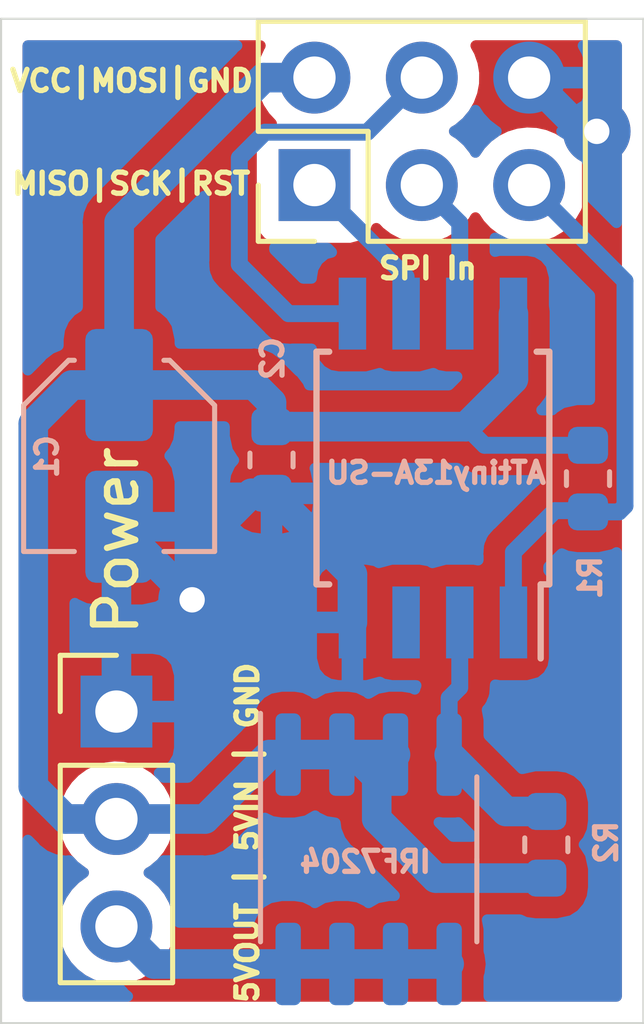
<source format=kicad_pcb>
(kicad_pcb (version 20191123) (host pcbnew "(5.99.0-422-g7c7d9c3e3)")

  (general
    (thickness 1.6)
    (drawings 7)
    (tracks 70)
    (modules 8)
    (nets 10)
  )

  (page "A4")
  (layers
    (0 "F.Cu" signal)
    (31 "B.Cu" signal)
    (32 "B.Adhes" user hide)
    (33 "F.Adhes" user hide)
    (34 "B.Paste" user hide)
    (35 "F.Paste" user hide)
    (36 "B.SilkS" user)
    (37 "F.SilkS" user)
    (38 "B.Mask" user)
    (39 "F.Mask" user)
    (40 "Dwgs.User" user hide)
    (41 "Cmts.User" user hide)
    (42 "Eco1.User" user hide)
    (43 "Eco2.User" user hide)
    (44 "Edge.Cuts" user)
    (45 "Margin" user)
    (46 "B.CrtYd" user hide)
    (47 "F.CrtYd" user hide)
    (48 "B.Fab" user hide)
    (49 "F.Fab" user hide)
  )

  (setup
    (last_trace_width 0.25)
    (user_trace_width 0.4)
    (user_trace_width 0.7)
    (trace_clearance 0.2)
    (zone_clearance 0.508)
    (zone_45_only no)
    (trace_min 0.2)
    (via_size 0.8)
    (via_drill 0.4)
    (via_min_size 0.4)
    (via_min_drill 0.3)
    (user_via 1.6 0.6)
    (uvia_size 0.3)
    (uvia_drill 0.1)
    (uvias_allowed no)
    (uvia_min_size 0.2)
    (uvia_min_drill 0.1)
    (max_error 0.005)
    (defaults
      (edge_clearance 0.01)
      (edge_cuts_line_width 0.05)
      (courtyard_line_width 0.05)
      (copper_line_width 0.2)
      (copper_text_dims (size 1.5 1.5) (thickness 0.3))
      (silk_line_width 0.12)
      (silk_text_dims (size 1 1) (thickness 0.15))
      (other_layers_line_width 0.1)
      (other_layers_text_dims (size 1 1) (thickness 0.15))
    )
    (pad_size 1.524 1.524)
    (pad_drill 0.762)
    (pad_to_mask_clearance 0.051)
    (solder_mask_min_width 0.25)
    (aux_axis_origin 0 0)
    (visible_elements 7FFFFFFF)
    (pcbplotparams
      (layerselection 0x030fc_ffffffff)
      (usegerberextensions false)
      (usegerberattributes true)
      (usegerberadvancedattributes false)
      (creategerberjobfile false)
      (excludeedgelayer true)
      (linewidth 0.100000)
      (plotframeref false)
      (viasonmask false)
      (mode 1)
      (useauxorigin false)
      (hpglpennumber 1)
      (hpglpenspeed 20)
      (hpglpendiameter 15.000000)
      (psnegative false)
      (psa4output false)
      (plotreference true)
      (plotvalue true)
      (plotinvisibletext false)
      (padsonsilk false)
      (subtractmaskfromsilk false)
      (outputformat 1)
      (mirror false)
      (drillshape 0)
      (scaleselection 1)
      (outputdirectory "../../sliderpcb_gerber/timeoffset_gerber/")
    )
  )

  (net 0 "")
  (net 1 "Net-(C1-Pad1)")
  (net 2 "Net-(C1-Pad2)")
  (net 3 "Net-(J1-Pad3)")
  (net 4 "Net-(R1-Pad2)")
  (net 5 "Net-(SPI_In1-Pad1)")
  (net 6 "Net-(SPI_In1-Pad3)")
  (net 7 "Net-(U1-Pad3)")
  (net 8 "Net-(Q1-Pad2)")
  (net 9 "Net-(SPI_In1-Pad4)")

  (net_class "Default" "Это класс цепей по умолчанию."
    (clearance 0.2)
    (trace_width 0.25)
    (via_dia 0.8)
    (via_drill 0.4)
    (uvia_dia 0.3)
    (uvia_drill 0.1)
    (add_net "Net-(C1-Pad1)")
    (add_net "Net-(C1-Pad2)")
    (add_net "Net-(J1-Pad3)")
    (add_net "Net-(Q1-Pad2)")
    (add_net "Net-(R1-Pad2)")
    (add_net "Net-(SPI_In1-Pad1)")
    (add_net "Net-(SPI_In1-Pad3)")
    (add_net "Net-(SPI_In1-Pad4)")
    (add_net "Net-(U1-Pad3)")
  )

  (module "Capacitor_SMD:C_0603_1608Metric" (layer "B.Cu") (tedit 5B301BBE) (tstamp 5DF0C0B4)
    (at 120.7 89.43 -90)
    (descr "Capacitor SMD 0603 (1608 Metric), square (rectangular) end terminal, IPC_7351 nominal, (Body size source: http://www.tortai-tech.com/upload/download/2011102023233369053.pdf), generated with kicad-footprint-generator")
    (tags "capacitor")
    (path "/5DDFC5AD")
    (attr smd)
    (fp_text reference "C2" (at -2.3987 -0.0236 90) (layer "B.SilkS")
      (effects (font (size 0.5 0.5) (thickness 0.125)) (justify mirror))
    )
    (fp_text value "0.1" (at 0.144999 -1.474999 90) (layer "B.Fab")
      (effects (font (size 1 1) (thickness 0.15)) (justify mirror))
    )
    (fp_text user "%R" (at 0 0 90) (layer "B.Fab")
      (effects (font (size 0.4 0.4) (thickness 0.06)) (justify mirror))
    )
    (fp_line (start 1.48 -0.73) (end -1.48 -0.73) (layer "B.CrtYd") (width 0.05))
    (fp_line (start 1.48 0.73) (end 1.48 -0.73) (layer "B.CrtYd") (width 0.05))
    (fp_line (start -1.48 0.73) (end 1.48 0.73) (layer "B.CrtYd") (width 0.05))
    (fp_line (start -1.48 -0.73) (end -1.48 0.73) (layer "B.CrtYd") (width 0.05))
    (fp_line (start -0.162779 -0.51) (end 0.162779 -0.51) (layer "B.SilkS") (width 0.12))
    (fp_line (start -0.162779 0.51) (end 0.162779 0.51) (layer "B.SilkS") (width 0.12))
    (fp_line (start 0.8 -0.4) (end -0.8 -0.4) (layer "B.Fab") (width 0.1))
    (fp_line (start 0.8 0.4) (end 0.8 -0.4) (layer "B.Fab") (width 0.1))
    (fp_line (start -0.8 0.4) (end 0.8 0.4) (layer "B.Fab") (width 0.1))
    (fp_line (start -0.8 -0.4) (end -0.8 0.4) (layer "B.Fab") (width 0.1))
    (pad "1" smd roundrect (at -0.7875 0 270) (size 0.875 0.95) (layers "B.Cu" "B.Paste" "B.Mask") (roundrect_rratio 0.25)
      (net 1 "Net-(C1-Pad1)"))
    (pad "2" smd roundrect (at 0.7875 0 270) (size 0.875 0.95) (layers "B.Cu" "B.Paste" "B.Mask") (roundrect_rratio 0.25)
      (net 2 "Net-(C1-Pad2)"))
    (model "${KISYS3DMOD}/Capacitor_SMD.3dshapes/C_0603_1608Metric.wrl"
      (at (xyz 0 0 0))
      (scale (xyz 1 1 1))
      (rotate (xyz 0 0 0))
    )
  )

  (module "Package_SO:SOIJ-8_5.3x5.3mm_P1.27mm" (layer "B.Cu") (tedit 5A02F2D3) (tstamp 5DE12268)
    (at 124.52 89.62 90)
    (descr "8-Lead Plastic Small Outline (SM) - Medium, 5.28 mm Body [SOIC] (see Microchip Packaging Specification 00000049BS.pdf)")
    (tags "SOIC 1.27")
    (path "/5DDFC2A1")
    (attr smd)
    (fp_text reference "ATtiny13A-SU" (at -0.1142 0.072 180) (layer "B.SilkS")
      (effects (font (size 0.5 0.5) (thickness 0.125)) (justify mirror))
    )
    (fp_text value "ATtiny13A-SU" (at 0 -3.68 90) (layer "B.Fab")
      (effects (font (size 1 1) (thickness 0.15)) (justify mirror))
    )
    (fp_line (start -2.75 2.55) (end -4.5 2.55) (layer "B.SilkS") (width 0.15))
    (fp_line (start -2.75 -2.755) (end 2.75 -2.755) (layer "B.SilkS") (width 0.15))
    (fp_line (start -2.75 2.755) (end 2.75 2.755) (layer "B.SilkS") (width 0.15))
    (fp_line (start -2.75 -2.755) (end -2.75 -2.455) (layer "B.SilkS") (width 0.15))
    (fp_line (start 2.75 -2.755) (end 2.75 -2.455) (layer "B.SilkS") (width 0.15))
    (fp_line (start 2.75 2.755) (end 2.75 2.455) (layer "B.SilkS") (width 0.15))
    (fp_line (start -2.75 2.755) (end -2.75 2.55) (layer "B.SilkS") (width 0.15))
    (fp_line (start -4.75 -2.95) (end 4.75 -2.95) (layer "B.CrtYd") (width 0.05))
    (fp_line (start -4.75 2.95) (end 4.75 2.95) (layer "B.CrtYd") (width 0.05))
    (fp_line (start 4.75 2.95) (end 4.75 -2.95) (layer "B.CrtYd") (width 0.05))
    (fp_line (start -4.75 2.95) (end -4.75 -2.95) (layer "B.CrtYd") (width 0.05))
    (fp_line (start -2.65 1.65) (end -1.65 2.65) (layer "B.Fab") (width 0.15))
    (fp_line (start -2.65 -2.65) (end -2.65 1.65) (layer "B.Fab") (width 0.15))
    (fp_line (start 2.65 -2.65) (end -2.65 -2.65) (layer "B.Fab") (width 0.15))
    (fp_line (start 2.65 2.65) (end 2.65 -2.65) (layer "B.Fab") (width 0.15))
    (fp_line (start -1.65 2.65) (end 2.65 2.65) (layer "B.Fab") (width 0.15))
    (fp_text user "%R" (at 0 0 90) (layer "B.Fab")
      (effects (font (size 1 1) (thickness 0.15)) (justify mirror))
    )
    (pad "1" smd rect (at -3.65 1.905 90) (size 1.7 0.65) (layers "B.Cu" "B.Paste" "B.Mask")
      (net 4 "Net-(R1-Pad2)"))
    (pad "2" smd rect (at -3.65 0.635 90) (size 1.7 0.65) (layers "B.Cu" "B.Paste" "B.Mask")
      (net 8 "Net-(Q1-Pad2)"))
    (pad "3" smd rect (at -3.65 -0.635 90) (size 1.7 0.65) (layers "B.Cu" "B.Paste" "B.Mask")
      (net 7 "Net-(U1-Pad3)"))
    (pad "4" smd rect (at -3.65 -1.905 90) (size 1.7 0.65) (layers "B.Cu" "B.Paste" "B.Mask")
      (net 2 "Net-(C1-Pad2)"))
    (pad "5" smd rect (at 3.65 -1.905 90) (size 1.7 0.65) (layers "B.Cu" "B.Paste" "B.Mask")
      (net 9 "Net-(SPI_In1-Pad4)"))
    (pad "6" smd rect (at 3.65 -0.635 90) (size 1.7 0.65) (layers "B.Cu" "B.Paste" "B.Mask")
      (net 5 "Net-(SPI_In1-Pad1)"))
    (pad "7" smd rect (at 3.65 0.635 90) (size 1.7 0.65) (layers "B.Cu" "B.Paste" "B.Mask")
      (net 6 "Net-(SPI_In1-Pad3)"))
    (pad "8" smd rect (at 3.65 1.905 90) (size 1.7 0.65) (layers "B.Cu" "B.Paste" "B.Mask")
      (net 1 "Net-(C1-Pad1)"))
    (model "${KISYS3DMOD}/Package_SO.3dshapes/SOIJ-8_5.3x5.3mm_P1.27mm.wrl"
      (at (xyz 0 0 0))
      (scale (xyz 1 1 1))
      (rotate (xyz 0 0 0))
    )
  )

  (module "Package_SO:SOIC-8_3.9x4.9mm_P1.27mm" (layer "B.Cu") (tedit 5DE19BBA) (tstamp 5DE1220D)
    (at 122.9995 98.8695 -90)
    (descr "SOIC, 8 Pin (JEDEC MS-012AA, https://www.analog.com/media/en/package-pcb-resources/package/pkg_pdf/soic_narrow-r/r_8.pdf), generated with kicad-footprint-generator ipc_gullwing_generator.py")
    (tags "SOIC SO")
    (path "/5DE29FCA")
    (attr smd)
    (fp_text reference "IRF7204" (at 0.0605 0.0795 180) (layer "B.SilkS")
      (effects (font (size 0.5 0.5) (thickness 0.125)) (justify mirror))
    )
    (fp_text value "IRF7204_jandevalua" (at 0 -3.4 90) (layer "B.Fab")
      (effects (font (size 1 1) (thickness 0.15)) (justify mirror))
    )
    (fp_line (start 0 -2.56) (end 1.95 -2.56) (layer "B.SilkS") (width 0.12))
    (fp_line (start 0 -2.56) (end -1.95 -2.56) (layer "B.SilkS") (width 0.12))
    (fp_line (start 0 2.56) (end 1.95 2.56) (layer "B.SilkS") (width 0.12))
    (fp_line (start 0 2.56) (end -3.45 2.56) (layer "B.SilkS") (width 0.12))
    (fp_line (start -0.975 2.45) (end 1.95 2.45) (layer "B.Fab") (width 0.1))
    (fp_line (start 1.95 2.45) (end 1.95 -2.45) (layer "B.Fab") (width 0.1))
    (fp_line (start 1.95 -2.45) (end -1.95 -2.45) (layer "B.Fab") (width 0.1))
    (fp_line (start -1.95 -2.45) (end -1.95 1.475) (layer "B.Fab") (width 0.1))
    (fp_line (start -1.95 1.475) (end -0.975 2.45) (layer "B.Fab") (width 0.1))
    (fp_line (start -3.7 2.7) (end -3.7 -2.7) (layer "B.CrtYd") (width 0.05))
    (fp_line (start -3.7 -2.7) (end 3.7 -2.7) (layer "B.CrtYd") (width 0.05))
    (fp_line (start 3.7 -2.7) (end 3.7 2.7) (layer "B.CrtYd") (width 0.05))
    (fp_line (start 3.7 2.7) (end -3.7 2.7) (layer "B.CrtYd") (width 0.05))
    (fp_text user "%R" (at 0 0 90) (layer "B.Fab")
      (effects (font (size 0.98 0.98) (thickness 0.15)) (justify mirror))
    )
    (pad "3" smd roundrect (at 2.475 1.905 270) (size 1.95 0.6) (layers "B.Cu" "B.Paste" "B.Mask") (roundrect_rratio 0.25)
      (net 3 "Net-(J1-Pad3)"))
    (pad "3" smd roundrect (at 2.475 0.635 270) (size 1.95 0.6) (layers "B.Cu" "B.Paste" "B.Mask") (roundrect_rratio 0.25)
      (net 3 "Net-(J1-Pad3)"))
    (pad "3" smd roundrect (at 2.475 -0.635 270) (size 1.95 0.6) (layers "B.Cu" "B.Paste" "B.Mask") (roundrect_rratio 0.25)
      (net 3 "Net-(J1-Pad3)"))
    (pad "3" smd roundrect (at 2.475 -1.905 270) (size 1.95 0.6) (layers "B.Cu" "B.Paste" "B.Mask") (roundrect_rratio 0.25)
      (net 3 "Net-(J1-Pad3)"))
    (pad "2" smd roundrect (at -2.475 -1.905 270) (size 1.95 0.6) (layers "B.Cu" "B.Paste" "B.Mask") (roundrect_rratio 0.25)
      (net 8 "Net-(Q1-Pad2)"))
    (pad "1" smd roundrect (at -2.475 -0.635 270) (size 1.95 0.6) (layers "B.Cu" "B.Paste" "B.Mask") (roundrect_rratio 0.25)
      (net 1 "Net-(C1-Pad1)"))
    (pad "1" smd roundrect (at -2.475 0.635 270) (size 1.95 0.6) (layers "B.Cu" "B.Paste" "B.Mask") (roundrect_rratio 0.25)
      (net 1 "Net-(C1-Pad1)"))
    (pad "1" smd roundrect (at -2.475 1.905 270) (size 1.95 0.6) (layers "B.Cu" "B.Paste" "B.Mask") (roundrect_rratio 0.25)
      (net 1 "Net-(C1-Pad1)"))
    (model "${KISYS3DMOD}/Package_SO.3dshapes/SOIC-8_3.9x4.9mm_P1.27mm.wrl"
      (at (xyz 0 0 0))
      (scale (xyz 1 1 1))
      (rotate (xyz 0 0 0))
    )
  )

  (module "Connector_PinHeader_2.54mm:PinHeader_1x03_P2.54mm_Vertical" (layer "F.Cu") (tedit 59FED5CC) (tstamp 5DE1EFAD)
    (at 117.0305 95.377)
    (descr "Through hole straight pin header, 1x03, 2.54mm pitch, single row")
    (tags "Through hole pin header THT 1x03 2.54mm single row")
    (path "/5DE06CA8")
    (fp_text reference "Power" (at -0.0105 -4.037 90) (layer "F.SilkS")
      (effects (font (size 1 1) (thickness 0.15)))
    )
    (fp_text value "Conn_01x03" (at 0 7.41) (layer "F.Fab")
      (effects (font (size 1 1) (thickness 0.15)))
    )
    (fp_text user "%R" (at 0 2.54 90) (layer "F.Fab")
      (effects (font (size 1 1) (thickness 0.15)))
    )
    (fp_line (start 1.8 -1.8) (end -1.8 -1.8) (layer "F.CrtYd") (width 0.05))
    (fp_line (start 1.8 6.85) (end 1.8 -1.8) (layer "F.CrtYd") (width 0.05))
    (fp_line (start -1.8 6.85) (end 1.8 6.85) (layer "F.CrtYd") (width 0.05))
    (fp_line (start -1.8 -1.8) (end -1.8 6.85) (layer "F.CrtYd") (width 0.05))
    (fp_line (start -1.33 -1.33) (end 0 -1.33) (layer "F.SilkS") (width 0.12))
    (fp_line (start -1.33 0) (end -1.33 -1.33) (layer "F.SilkS") (width 0.12))
    (fp_line (start -1.33 1.27) (end 1.33 1.27) (layer "F.SilkS") (width 0.12))
    (fp_line (start 1.33 1.27) (end 1.33 6.41) (layer "F.SilkS") (width 0.12))
    (fp_line (start -1.33 1.27) (end -1.33 6.41) (layer "F.SilkS") (width 0.12))
    (fp_line (start -1.33 6.41) (end 1.33 6.41) (layer "F.SilkS") (width 0.12))
    (fp_line (start -1.27 -0.635) (end -0.635 -1.27) (layer "F.Fab") (width 0.1))
    (fp_line (start -1.27 6.35) (end -1.27 -0.635) (layer "F.Fab") (width 0.1))
    (fp_line (start 1.27 6.35) (end -1.27 6.35) (layer "F.Fab") (width 0.1))
    (fp_line (start 1.27 -1.27) (end 1.27 6.35) (layer "F.Fab") (width 0.1))
    (fp_line (start -0.635 -1.27) (end 1.27 -1.27) (layer "F.Fab") (width 0.1))
    (pad "1" thru_hole rect (at 0 0) (size 1.7 1.7) (drill 1) (layers *.Cu *.Mask)
      (net 2 "Net-(C1-Pad2)"))
    (pad "2" thru_hole oval (at 0 2.54) (size 1.7 1.7) (drill 1) (layers *.Cu *.Mask)
      (net 1 "Net-(C1-Pad1)"))
    (pad "3" thru_hole oval (at 0 5.08) (size 1.7 1.7) (drill 1) (layers *.Cu *.Mask)
      (net 3 "Net-(J1-Pad3)"))
    (model "${KISYS3DMOD}/Connector_PinHeader_2.54mm.3dshapes/PinHeader_1x03_P2.54mm_Vertical.wrl"
      (at (xyz 0 0 0))
      (scale (xyz 1 1 1))
      (rotate (xyz 0 0 0))
    )
  )

  (module "Resistor_SMD:R_0603_1608Metric" (layer "B.Cu") (tedit 5B301BBD) (tstamp 5DE1222F)
    (at 127.2032 98.5266 -90)
    (descr "Resistor SMD 0603 (1608 Metric), square (rectangular) end terminal, IPC_7351 nominal, (Body size source: http://www.tortai-tech.com/upload/download/2011102023233369053.pdf), generated with kicad-footprint-generator")
    (tags "resistor")
    (path "/5DDFCEBA")
    (attr smd)
    (fp_text reference "R2" (at -0.0566 -1.4168 90) (layer "B.SilkS")
      (effects (font (size 0.5 0.5) (thickness 0.125)) (justify mirror))
    )
    (fp_text value "5.6K" (at 0 -1.43 90) (layer "B.Fab")
      (effects (font (size 1 1) (thickness 0.15)) (justify mirror))
    )
    (fp_text user "%R" (at 0 0 90) (layer "B.Fab")
      (effects (font (size 0.4 0.4) (thickness 0.06)) (justify mirror))
    )
    (fp_line (start 1.48 -0.73) (end -1.48 -0.73) (layer "B.CrtYd") (width 0.05))
    (fp_line (start 1.48 0.73) (end 1.48 -0.73) (layer "B.CrtYd") (width 0.05))
    (fp_line (start -1.48 0.73) (end 1.48 0.73) (layer "B.CrtYd") (width 0.05))
    (fp_line (start -1.48 -0.73) (end -1.48 0.73) (layer "B.CrtYd") (width 0.05))
    (fp_line (start -0.162779 -0.51) (end 0.162779 -0.51) (layer "B.SilkS") (width 0.12))
    (fp_line (start -0.162779 0.51) (end 0.162779 0.51) (layer "B.SilkS") (width 0.12))
    (fp_line (start 0.8 -0.4) (end -0.8 -0.4) (layer "B.Fab") (width 0.1))
    (fp_line (start 0.8 0.4) (end 0.8 -0.4) (layer "B.Fab") (width 0.1))
    (fp_line (start -0.8 0.4) (end 0.8 0.4) (layer "B.Fab") (width 0.1))
    (fp_line (start -0.8 -0.4) (end -0.8 0.4) (layer "B.Fab") (width 0.1))
    (pad "1" smd roundrect (at -0.7875 0 270) (size 0.875 0.95) (layers "B.Cu" "B.Paste" "B.Mask") (roundrect_rratio 0.25)
      (net 8 "Net-(Q1-Pad2)"))
    (pad "2" smd roundrect (at 0.7875 0 270) (size 0.875 0.95) (layers "B.Cu" "B.Paste" "B.Mask") (roundrect_rratio 0.25)
      (net 1 "Net-(C1-Pad1)"))
    (model "${KISYS3DMOD}/Resistor_SMD.3dshapes/R_0603_1608Metric.wrl"
      (at (xyz 0 0 0))
      (scale (xyz 1 1 1))
      (rotate (xyz 0 0 0))
    )
  )

  (module "Capacitor_SMD:C_Elec_4x5.4" (layer "B.Cu") (tedit 5BC8D926) (tstamp 5DE121A5)
    (at 117.094 89.3332 -90)
    (descr "SMD capacitor, aluminum electrolytic nonpolar, 4.0x5.4mm")
    (tags "capacitor electrolyic nonpolar")
    (path "/5DDFC5F2")
    (attr smd)
    (fp_text reference "C1" (at 0.0168 1.704 90) (layer "B.SilkS")
      (effects (font (size 0.5 0.5) (thickness 0.125)) (justify mirror))
    )
    (fp_text value "10" (at 0 -3.2 90) (layer "B.Fab")
      (effects (font (size 1 1) (thickness 0.15)) (justify mirror))
    )
    (fp_text user "%R" (at 0 0 90) (layer "B.Fab")
      (effects (font (size 0.8 0.8) (thickness 0.12)) (justify mirror))
    )
    (fp_line (start -3.25 -1.05) (end -2.4 -1.05) (layer "B.CrtYd") (width 0.05))
    (fp_line (start -3.25 1.05) (end -3.25 -1.05) (layer "B.CrtYd") (width 0.05))
    (fp_line (start -2.4 1.05) (end -3.25 1.05) (layer "B.CrtYd") (width 0.05))
    (fp_line (start -2.4 -1.05) (end -2.4 -1.25) (layer "B.CrtYd") (width 0.05))
    (fp_line (start -2.4 1.25) (end -2.4 1.05) (layer "B.CrtYd") (width 0.05))
    (fp_line (start -2.4 1.25) (end -1.25 2.4) (layer "B.CrtYd") (width 0.05))
    (fp_line (start -2.4 -1.25) (end -1.25 -2.4) (layer "B.CrtYd") (width 0.05))
    (fp_line (start -1.25 2.4) (end 2.4 2.4) (layer "B.CrtYd") (width 0.05))
    (fp_line (start -1.25 -2.4) (end 2.4 -2.4) (layer "B.CrtYd") (width 0.05))
    (fp_line (start 2.4 -1.05) (end 2.4 -2.4) (layer "B.CrtYd") (width 0.05))
    (fp_line (start 3.25 -1.05) (end 2.4 -1.05) (layer "B.CrtYd") (width 0.05))
    (fp_line (start 3.25 1.05) (end 3.25 -1.05) (layer "B.CrtYd") (width 0.05))
    (fp_line (start 2.4 1.05) (end 3.25 1.05) (layer "B.CrtYd") (width 0.05))
    (fp_line (start 2.4 2.4) (end 2.4 1.05) (layer "B.CrtYd") (width 0.05))
    (fp_line (start -2.26 -1.195563) (end -1.195563 -2.26) (layer "B.SilkS") (width 0.12))
    (fp_line (start -2.26 1.195563) (end -1.195563 2.26) (layer "B.SilkS") (width 0.12))
    (fp_line (start -2.26 1.195563) (end -2.26 1.06) (layer "B.SilkS") (width 0.12))
    (fp_line (start -2.26 -1.195563) (end -2.26 -1.06) (layer "B.SilkS") (width 0.12))
    (fp_line (start -1.195563 -2.26) (end 2.26 -2.26) (layer "B.SilkS") (width 0.12))
    (fp_line (start -1.195563 2.26) (end 2.26 2.26) (layer "B.SilkS") (width 0.12))
    (fp_line (start 2.26 2.26) (end 2.26 1.06) (layer "B.SilkS") (width 0.12))
    (fp_line (start 2.26 -2.26) (end 2.26 -1.06) (layer "B.SilkS") (width 0.12))
    (fp_line (start -2.15 -1.15) (end -1.15 -2.15) (layer "B.Fab") (width 0.1))
    (fp_line (start -2.15 1.15) (end -1.15 2.15) (layer "B.Fab") (width 0.1))
    (fp_line (start -2.15 1.15) (end -2.15 -1.15) (layer "B.Fab") (width 0.1))
    (fp_line (start -1.15 -2.15) (end 2.15 -2.15) (layer "B.Fab") (width 0.1))
    (fp_line (start -1.15 2.15) (end 2.15 2.15) (layer "B.Fab") (width 0.1))
    (fp_line (start 2.15 2.15) (end 2.15 -2.15) (layer "B.Fab") (width 0.1))
    (fp_circle (center 0 0) (end 2 0) (layer "B.Fab") (width 0.1))
    (pad "1" smd roundrect (at -1.675 0 270) (size 2.65 1.6) (layers "B.Cu" "B.Paste" "B.Mask") (roundrect_rratio 0.15625)
      (net 1 "Net-(C1-Pad1)"))
    (pad "2" smd roundrect (at 1.675 0 270) (size 2.65 1.6) (layers "B.Cu" "B.Paste" "B.Mask") (roundrect_rratio 0.15625)
      (net 2 "Net-(C1-Pad2)"))
    (model "${KISYS3DMOD}/Capacitor_SMD.3dshapes/C_Elec_4x5.4.wrl"
      (at (xyz 0 0 0))
      (scale (xyz 1 1 1))
      (rotate (xyz 0 0 0))
    )
  )

  (module "Resistor_SMD:R_0603_1608Metric" (layer "B.Cu") (tedit 5B301BBD) (tstamp 5DE1221E)
    (at 128.19 89.87 -90)
    (descr "Resistor SMD 0603 (1608 Metric), square (rectangular) end terminal, IPC_7351 nominal, (Body size source: http://www.tortai-tech.com/upload/download/2011102023233369053.pdf), generated with kicad-footprint-generator")
    (tags "resistor")
    (path "/5DDFD84B")
    (attr smd)
    (fp_text reference "R1" (at 2.3402 -0.0536 90) (layer "B.SilkS")
      (effects (font (size 0.5 0.5) (thickness 0.125)) (justify mirror))
    )
    (fp_text value "5.6K" (at 0 -1.43 90) (layer "B.Fab")
      (effects (font (size 1 1) (thickness 0.15)) (justify mirror))
    )
    (fp_line (start -0.8 -0.4) (end -0.8 0.4) (layer "B.Fab") (width 0.1))
    (fp_line (start -0.8 0.4) (end 0.8 0.4) (layer "B.Fab") (width 0.1))
    (fp_line (start 0.8 0.4) (end 0.8 -0.4) (layer "B.Fab") (width 0.1))
    (fp_line (start 0.8 -0.4) (end -0.8 -0.4) (layer "B.Fab") (width 0.1))
    (fp_line (start -0.162779 0.51) (end 0.162779 0.51) (layer "B.SilkS") (width 0.12))
    (fp_line (start -0.162779 -0.51) (end 0.162779 -0.51) (layer "B.SilkS") (width 0.12))
    (fp_line (start -1.48 -0.73) (end -1.48 0.73) (layer "B.CrtYd") (width 0.05))
    (fp_line (start -1.48 0.73) (end 1.48 0.73) (layer "B.CrtYd") (width 0.05))
    (fp_line (start 1.48 0.73) (end 1.48 -0.73) (layer "B.CrtYd") (width 0.05))
    (fp_line (start 1.48 -0.73) (end -1.48 -0.73) (layer "B.CrtYd") (width 0.05))
    (fp_text user "%R" (at 0 0 90) (layer "B.Fab")
      (effects (font (size 0.4 0.4) (thickness 0.06)) (justify mirror))
    )
    (pad "2" smd roundrect (at 0.7875 0 270) (size 0.875 0.95) (layers "B.Cu" "B.Paste" "B.Mask") (roundrect_rratio 0.25)
      (net 4 "Net-(R1-Pad2)"))
    (pad "1" smd roundrect (at -0.7875 0 270) (size 0.875 0.95) (layers "B.Cu" "B.Paste" "B.Mask") (roundrect_rratio 0.25)
      (net 1 "Net-(C1-Pad1)"))
    (model "${KISYS3DMOD}/Resistor_SMD.3dshapes/R_0603_1608Metric.wrl"
      (at (xyz 0 0 0))
      (scale (xyz 1 1 1))
      (rotate (xyz 0 0 0))
    )
  )

  (module "Connector_PinHeader_2.54mm:PinHeader_2x03_P2.54mm_Vertical" (layer "F.Cu") (tedit 59FED5CC) (tstamp 5DE1FDDE)
    (at 121.7168 82.931 90)
    (descr "Through hole straight pin header, 2x03, 2.54mm pitch, double rows")
    (tags "Through hole pin header THT 2x03 2.54mm double row")
    (path "/5DE00932")
    (fp_text reference "SPI In" (at -1.969 2.6832 180) (layer "F.SilkS")
      (effects (font (size 0.5 0.5) (thickness 0.125)))
    )
    (fp_text value "Conn_02x03_Odd_Even" (at 1.27 7.41 90) (layer "F.Fab")
      (effects (font (size 1 1) (thickness 0.15)))
    )
    (fp_text user "%R" (at 1.27 2.54) (layer "F.Fab")
      (effects (font (size 1 1) (thickness 0.15)))
    )
    (fp_line (start 4.35 -1.8) (end -1.8 -1.8) (layer "F.CrtYd") (width 0.05))
    (fp_line (start 4.35 6.85) (end 4.35 -1.8) (layer "F.CrtYd") (width 0.05))
    (fp_line (start -1.8 6.85) (end 4.35 6.85) (layer "F.CrtYd") (width 0.05))
    (fp_line (start -1.8 -1.8) (end -1.8 6.85) (layer "F.CrtYd") (width 0.05))
    (fp_line (start -1.33 -1.33) (end 0 -1.33) (layer "F.SilkS") (width 0.12))
    (fp_line (start -1.33 0) (end -1.33 -1.33) (layer "F.SilkS") (width 0.12))
    (fp_line (start 1.27 -1.33) (end 3.87 -1.33) (layer "F.SilkS") (width 0.12))
    (fp_line (start 1.27 1.27) (end 1.27 -1.33) (layer "F.SilkS") (width 0.12))
    (fp_line (start -1.33 1.27) (end 1.27 1.27) (layer "F.SilkS") (width 0.12))
    (fp_line (start 3.87 -1.33) (end 3.87 6.41) (layer "F.SilkS") (width 0.12))
    (fp_line (start -1.33 1.27) (end -1.33 6.41) (layer "F.SilkS") (width 0.12))
    (fp_line (start -1.33 6.41) (end 3.87 6.41) (layer "F.SilkS") (width 0.12))
    (fp_line (start -1.27 0) (end 0 -1.27) (layer "F.Fab") (width 0.1))
    (fp_line (start -1.27 6.35) (end -1.27 0) (layer "F.Fab") (width 0.1))
    (fp_line (start 3.81 6.35) (end -1.27 6.35) (layer "F.Fab") (width 0.1))
    (fp_line (start 3.81 -1.27) (end 3.81 6.35) (layer "F.Fab") (width 0.1))
    (fp_line (start 0 -1.27) (end 3.81 -1.27) (layer "F.Fab") (width 0.1))
    (pad "1" thru_hole rect (at 0 0 90) (size 1.7 1.7) (drill 1) (layers *.Cu *.Mask)
      (net 5 "Net-(SPI_In1-Pad1)"))
    (pad "2" thru_hole oval (at 2.54 0 90) (size 1.7 1.7) (drill 1) (layers *.Cu *.Mask)
      (net 1 "Net-(C1-Pad1)"))
    (pad "3" thru_hole oval (at 0 2.54 90) (size 1.7 1.7) (drill 1) (layers *.Cu *.Mask)
      (net 6 "Net-(SPI_In1-Pad3)"))
    (pad "4" thru_hole oval (at 2.54 2.54 90) (size 1.7 1.7) (drill 1) (layers *.Cu *.Mask)
      (net 9 "Net-(SPI_In1-Pad4)"))
    (pad "5" thru_hole oval (at 0 5.08 90) (size 1.7 1.7) (drill 1) (layers *.Cu *.Mask)
      (net 4 "Net-(R1-Pad2)"))
    (pad "6" thru_hole oval (at 2.54 5.08 90) (size 1.7 1.7) (drill 1) (layers *.Cu *.Mask)
      (net 2 "Net-(C1-Pad2)"))
    (model "${KISYS3DMOD}/Connector_PinHeader_2.54mm.3dshapes/PinHeader_2x03_P2.54mm_Vertical.wrl"
      (at (xyz 0 0 0))
      (scale (xyz 1 1 1))
      (rotate (xyz 0 0 0))
    )
  )

  (gr_text "5VOUT | 5VIN | GND" (at 120.13 98.24 90) (layer "F.SilkS") (tstamp 5DF0BD36)
    (effects (font (size 0.5 0.5) (thickness 0.125)))
  )
  (gr_text "MISO|SCK|RST" (at 117.38 82.9) (layer "F.SilkS") (tstamp 5DF0BCB9)
    (effects (font (size 0.5 0.5) (thickness 0.125)))
  )
  (gr_text "VCC|MOSI|GND" (at 117.39 80.47) (layer "F.SilkS")
    (effects (font (size 0.5 0.5) (thickness 0.125)))
  )
  (gr_line (start 129.5 102.743) (end 114.3 102.743) (layer "Edge.Cuts") (width 0.05))
  (gr_line (start 129.5 79) (end 129.5 102.743) (layer "Edge.Cuts") (width 0.05))
  (gr_line (start 114.3 79) (end 129.5 79) (layer "Edge.Cuts") (width 0.05))
  (gr_line (start 114.3 102.743) (end 114.3 79) (layer "Edge.Cuts") (width 0.05) (tstamp 5DE13823))

  (segment (start 119.9388 82.288998) (end 119.9388 84.8066) (width 0.4) (layer "B.Cu") (net 9))
  (segment (start 122.966801 81.680999) (end 120.546799 81.680999) (width 0.4) (layer "B.Cu") (net 9))
  (segment (start 124.2568 80.391) (end 122.966801 81.680999) (width 0.4) (layer "B.Cu") (net 9))
  (segment (start 120.546799 81.680999) (end 119.9388 82.288998) (width 0.4) (layer "B.Cu") (net 9))
  (segment (start 127.2032 97.7391) (end 126.2491 97.7391) (width 0.7) (layer "B.Cu") (net 8))
  (segment (start 126.2491 97.7391) (end 124.9045 96.3945) (width 0.7) (layer "B.Cu") (net 8))
  (segment (start 128.3969 84.5311) (end 126.7968 82.931) (width 0.4) (layer "B.Cu") (net 4))
  (segment (start 127.4064 90.6273) (end 128.3969 90.6273) (width 0.4) (layer "B.Cu") (net 4))
  (segment (start 121.0945 101.3445) (end 117.918 101.3445) (width 0.7) (layer "B.Cu") (net 3))
  (segment (start 117.918 101.3445) (end 117.0305 100.457) (width 0.7) (layer "B.Cu") (net 3))
  (segment (start 122.3645 101.3445) (end 121.0945 101.3445) (width 0.7) (layer "B.Cu") (net 3))
  (segment (start 123.255 101.3445) (end 122.3645 101.3445) (width 0.7) (layer "B.Cu") (net 3))
  (segment (start 124.9045 101.3445) (end 123.255 101.3445) (width 0.7) (layer "B.Cu") (net 3))
  (segment (start 128.397 81.661) (end 128.0668 81.661) (width 0.7) (layer "B.Cu") (net 2))
  (segment (start 128.0668 81.661) (end 126.7968 80.391) (width 0.7) (layer "B.Cu") (net 2))
  (segment (start 121.2088 92.7354) (end 128.397 85.5472) (width 0.7) (layer "F.Cu") (net 2))
  (segment (start 128.397 85.5472) (end 128.397 81.661) (width 0.7) (layer "F.Cu") (net 2))
  (via (at 128.397 81.661) (size 1.6) (drill 0.6) (layers "F.Cu" "B.Cu") (net 2))
  (segment (start 118.8212 92.7354) (end 121.2088 92.7354) (width 0.7) (layer "F.Cu") (net 2))
  (via (at 118.8212 92.7354) (size 1.6) (drill 0.6) (layers "F.Cu" "B.Cu") (net 2))
  (segment (start 117.094 91.0082) (end 118.8212 92.7354) (width 0.7) (layer "B.Cu") (net 2))
  (segment (start 117.094 91.0082) (end 119.0244 91.0082) (width 0.7) (layer "B.Cu") (net 2))
  (segment (start 117.0305 95.377) (end 117.0305 91.0717) (width 0.7) (layer "B.Cu") (net 2))
  (segment (start 117.0305 91.0717) (end 117.094 91.0082) (width 0.7) (layer "B.Cu") (net 2))
  (segment (start 115.828419 97.917) (end 115.062 97.150581) (width 0.7) (layer "B.Cu") (net 1))
  (segment (start 115.062 97.150581) (end 115.062 88.5698) (width 0.7) (layer "B.Cu") (net 1))
  (segment (start 115.062 88.5698) (end 115.9736 87.6582) (width 0.7) (layer "B.Cu") (net 1))
  (segment (start 121.7168 80.391) (end 120.514719 80.391) (width 0.7) (layer "B.Cu") (net 1))
  (segment (start 120.514719 80.391) (end 117.094 83.811719) (width 0.7) (layer "B.Cu") (net 1))
  (segment (start 117.094 83.811719) (end 117.094 86.3332) (width 0.7) (layer "B.Cu") (net 1))
  (segment (start 117.094 86.3332) (end 117.094 87.6582) (width 0.7) (layer "B.Cu") (net 1))
  (segment (start 123.19 97.917) (end 124.5871 99.3141) (width 0.7) (layer "B.Cu") (net 1))
  (segment (start 124.5871 99.3141) (end 127.2032 99.3141) (width 0.7) (layer "B.Cu") (net 1))
  (segment (start 123.19 96.92) (end 123.19 97.917) (width 0.7) (layer "B.Cu") (net 1))
  (segment (start 122.3645 96.3945) (end 122.6645 96.3945) (width 0.7) (layer "B.Cu") (net 1))
  (segment (start 122.6645 96.3945) (end 123.19 96.92) (width 0.7) (layer "B.Cu") (net 1))
  (segment (start 115.9736 87.6582) (end 117.094 87.6582) (width 0.7) (layer "B.Cu") (net 1))
  (segment (start 117.0305 97.917) (end 115.828419 97.917) (width 0.7) (layer "B.Cu") (net 1))
  (segment (start 119.126 97.917) (end 120.6485 96.3945) (width 0.7) (layer "B.Cu") (net 1))
  (segment (start 117.0305 97.917) (end 119.126 97.917) (width 0.7) (layer "B.Cu") (net 1))
  (segment (start 120.6485 96.3945) (end 123.6345 96.3945) (width 0.7) (layer "B.Cu") (net 1))
  (segment (start 129.06501 85.19921) (end 128.3969 84.5311) (width 0.4) (layer "B.Cu") (net 4))
  (segment (start 129.06501 90.51499) (end 129.06501 85.19921) (width 0.4) (layer "B.Cu") (net 4))
  (segment (start 128.9225 90.6575) (end 129.06501 90.51499) (width 0.4) (layer "B.Cu") (net 4))
  (segment (start 128.19 90.6575) (end 128.9225 90.6575) (width 0.4) (layer "B.Cu") (net 4))
  (segment (start 125.3025 88.6425) (end 121.175 88.6425) (width 0.7) (layer "B.Cu") (net 1))
  (segment (start 121.175 88.6425) (end 120.7 88.6425) (width 0.7) (layer "B.Cu") (net 1))
  (segment (start 126.425 87.52) (end 125.3025 88.6425) (width 0.7) (layer "B.Cu") (net 1))
  (segment (start 126.425 85.97) (end 126.425 87.52) (width 0.7) (layer "B.Cu") (net 1))
  (segment (start 117.094 87.6582) (end 120.2882 87.6582) (width 0.7) (layer "B.Cu") (net 1))
  (segment (start 120.7 88.07) (end 120.7 88.6425) (width 0.7) (layer "B.Cu") (net 1))
  (segment (start 120.2882 87.6582) (end 120.7 88.07) (width 0.7) (layer "B.Cu") (net 1))
  (segment (start 122.615 92.1325) (end 120.7 90.2175) (width 0.7) (layer "B.Cu") (net 2))
  (segment (start 122.615 93.27) (end 122.615 92.1325) (width 0.7) (layer "B.Cu") (net 2))
  (segment (start 119.4343 91.0082) (end 119.0244 91.0082) (width 0.7) (layer "B.Cu") (net 2))
  (segment (start 120.225 90.2175) (end 119.4343 91.0082) (width 0.7) (layer "B.Cu") (net 2))
  (segment (start 120.7 90.2175) (end 120.225 90.2175) (width 0.7) (layer "B.Cu") (net 2))
  (segment (start 125.7425 89.0825) (end 125.3025 88.6425) (width 0.4) (layer "B.Cu") (net 1))
  (segment (start 128.19 89.0825) (end 125.7425 89.0825) (width 0.4) (layer "B.Cu") (net 1))
  (segment (start 126.425 91.6087) (end 126.425 93.27) (width 0.4) (layer "B.Cu") (net 4))
  (segment (start 127.4064 90.6273) (end 126.425 91.6087) (width 0.4) (layer "B.Cu") (net 4))
  (segment (start 125.155 94.8068) (end 125.155 93.27) (width 0.4) (layer "B.Cu") (net 8))
  (segment (start 124.9045 96.3945) (end 124.9045 95.0573) (width 0.4) (layer "B.Cu") (net 8))
  (segment (start 124.9045 95.0573) (end 125.155 94.8068) (width 0.4) (layer "B.Cu") (net 8))
  (segment (start 125.155 83.8292) (end 125.155 85.97) (width 0.4) (layer "B.Cu") (net 6))
  (segment (start 124.2568 82.931) (end 125.155 83.8292) (width 0.4) (layer "B.Cu") (net 6))
  (segment (start 123.885 85.0992) (end 123.885 85.97) (width 0.4) (layer "B.Cu") (net 5))
  (segment (start 121.7168 82.931) (end 123.885 85.0992) (width 0.4) (layer "B.Cu") (net 5))
  (segment (start 121.1022 85.97) (end 122.615 85.97) (width 0.4) (layer "B.Cu") (net 9))
  (segment (start 119.9388 84.8066) (end 121.1022 85.97) (width 0.4) (layer "B.Cu") (net 9))

  (zone (net 2) (net_name "Net-(C1-Pad2)") (layer "B.Cu") (tstamp 0) (hatch edge 0.508)
    (connect_pads (clearance 0.508))
    (min_thickness 0.254)
    (fill yes (thermal_gap 0.508) (thermal_bridge_width 0.508))
    (polygon
      (pts
        (xy 129.47 102.75) (xy 114.32 102.73) (xy 114.31 79.01) (xy 129.5 78.97)
      )
    )
    (filled_polygon
      (pts
        (xy 119.585776 88.872547) (xy 119.659838 89.213004) (xy 119.794906 89.423176) (xy 119.808288 89.434772) (xy 119.721243 89.535227)
        (xy 119.619378 89.758281) (xy 119.571755 90.0895) (xy 121.836424 90.0895) (xy 121.740162 89.646995) (xy 121.726991 89.6265)
        (xy 125.099541 89.6265) (xy 125.100856 89.628584) (xy 125.1717 89.691152) (xy 125.195066 89.714519) (xy 125.215483 89.729821)
        (xy 125.279912 89.786722) (xy 125.310678 89.801167) (xy 125.337879 89.821553) (xy 125.41835 89.851719) (xy 125.496513 89.888417)
        (xy 125.529325 89.893321) (xy 125.561571 89.905409) (xy 125.658326 89.9126) (xy 125.684426 89.9165) (xy 125.710817 89.9165)
        (xy 125.799807 89.923114) (xy 125.830791 89.9165) (xy 126.954603 89.9165) (xy 126.95245 89.917479) (xy 126.878953 89.980808)
        (xy 126.857737 89.996508) (xy 126.839087 90.015159) (xy 126.771473 90.073418) (xy 126.754241 90.100004) (xy 125.90134 90.952906)
        (xy 125.878915 90.967056) (xy 125.816349 91.037899) (xy 125.79298 91.061268) (xy 125.777672 91.081693) (xy 125.720779 91.146112)
        (xy 125.706333 91.176879) (xy 125.685947 91.204081) (xy 125.655781 91.284551) (xy 125.619083 91.362714) (xy 125.614179 91.395526)
        (xy 125.602091 91.427772) (xy 125.594901 91.524527) (xy 125.591 91.550627) (xy 125.591 91.577017) (xy 125.584386 91.666007)
        (xy 125.591 91.696991) (xy 125.591 91.795791) (xy 125.491024 91.778163) (xy 124.813412 91.778163) (xy 124.512489 91.858795)
        (xy 124.50983 91.861027) (xy 124.430186 91.815044) (xy 124.221024 91.778163) (xy 123.543412 91.778163) (xy 123.242489 91.858795)
        (xy 123.23983 91.861027) (xy 123.160186 91.815044) (xy 122.951024 91.778163) (xy 122.743 91.778163) (xy 122.743 94.761837)
        (xy 122.956588 94.761837) (xy 123.257512 94.681205) (xy 123.260171 94.678974) (xy 123.339814 94.724956) (xy 123.548976 94.761837)
        (xy 124.121813 94.761837) (xy 124.098584 94.811314) (xy 124.093682 94.844119) (xy 124.091583 94.849719) (xy 124.016505 94.813563)
        (xy 123.792248 94.779762) (xy 123.474379 94.779762) (xy 123.198624 94.831938) (xy 122.995263 94.949348) (xy 122.959437 94.916106)
        (xy 122.746505 94.813563) (xy 122.522248 94.779762) (xy 122.204379 94.779762) (xy 121.928624 94.831938) (xy 121.725263 94.949348)
        (xy 121.689437 94.916106) (xy 121.476505 94.813563) (xy 121.252248 94.779762) (xy 120.934379 94.779762) (xy 120.658624 94.831938)
        (xy 120.451857 94.951314) (xy 120.291106 95.124563) (xy 120.188563 95.337495) (xy 120.159233 95.532087) (xy 120.152255 95.534978)
        (xy 119.946704 95.692704) (xy 119.907105 95.74431) (xy 118.718416 96.933) (xy 118.143639 96.933) (xy 118.109053 96.889907)
        (xy 118.041592 96.830117) (xy 118.198012 96.788205) (xy 118.373665 96.640815) (xy 118.485456 96.447186) (xy 118.522337 96.238024)
        (xy 118.522337 95.505) (xy 116.9025 95.505) (xy 116.9025 93.885163) (xy 117.1585 93.885163) (xy 117.1585 95.249)
        (xy 118.522337 95.249) (xy 118.522337 94.510412) (xy 118.441705 94.209489) (xy 118.294315 94.033835) (xy 118.100686 93.922044)
        (xy 117.891524 93.885163) (xy 117.1585 93.885163) (xy 116.9025 93.885163) (xy 116.163912 93.885163) (xy 116.046 93.916758)
        (xy 116.046 93.398) (xy 121.648163 93.398) (xy 121.648163 94.136588) (xy 121.728795 94.437512) (xy 121.876185 94.613165)
        (xy 122.069814 94.724956) (xy 122.278976 94.761837) (xy 122.487 94.761837) (xy 122.487 93.398) (xy 121.648163 93.398)
        (xy 116.046 93.398) (xy 116.046 92.816582) (xy 116.06373 92.831945) (xy 116.294959 92.937543) (xy 116.537559 92.972424)
        (xy 116.966 92.972424) (xy 116.966 91.1362) (xy 117.222 91.1362) (xy 117.222 92.972424) (xy 117.654975 92.972424)
        (xy 118.008549 92.895509) (xy 118.226279 92.755582) (xy 118.392745 92.56347) (xy 118.463299 92.408976) (xy 121.648163 92.408976)
        (xy 121.648163 93.142) (xy 122.487 93.142) (xy 122.487 91.778163) (xy 122.273412 91.778163) (xy 121.972489 91.858795)
        (xy 121.796835 92.006185) (xy 121.685044 92.199814) (xy 121.648163 92.408976) (xy 118.463299 92.408976) (xy 118.498343 92.332241)
        (xy 118.533224 92.089641) (xy 118.533224 91.1362) (xy 117.222 91.1362) (xy 116.966 91.1362) (xy 116.966 90.8802)
        (xy 118.533224 90.8802) (xy 118.533224 90.3455) (xy 119.563576 90.3455) (xy 119.659838 90.788005) (xy 119.794906 90.998176)
        (xy 119.980227 91.158757) (xy 120.203281 91.260622) (xy 120.436987 91.294224) (xy 120.572 91.294224) (xy 120.572 90.3455)
        (xy 120.828 90.3455) (xy 120.828 91.294224) (xy 120.967547 91.294224) (xy 121.308004 91.220162) (xy 121.518176 91.085094)
        (xy 121.678757 90.899773) (xy 121.780622 90.676719) (xy 121.828245 90.3455) (xy 120.828 90.3455) (xy 120.572 90.3455)
        (xy 119.563576 90.3455) (xy 118.533224 90.3455) (xy 118.533224 89.922225) (xy 118.456309 89.568651) (xy 118.316381 89.350921)
        (xy 118.291971 89.329769) (xy 118.392745 89.21347) (xy 118.498343 88.982241) (xy 118.533224 88.739641) (xy 118.533224 88.6422)
        (xy 119.585776 88.6422)
      )
    )
    (filled_polygon
      (pts
        (xy 128.866 83.820745) (xy 128.25451 83.209256) (xy 128.278118 83.086082) (xy 128.28104 82.806974) (xy 128.238722 82.558094)
        (xy 128.155277 82.320476) (xy 128.032988 82.100315) (xy 127.875354 81.903907) (xy 127.68688 81.736866) (xy 127.564713 81.660971)
        (xy 127.661677 81.603512) (xy 127.853607 81.440455) (xy 128.015321 81.247391) (xy 128.142193 81.02984) (xy 128.230596 80.794022)
        (xy 128.283308 80.519) (xy 126.6688 80.519) (xy 126.6688 80.263) (xy 128.280365 80.263) (xy 128.238722 80.018094)
        (xy 128.155277 79.780476) (xy 128.073917 79.634) (xy 128.866 79.634)
      )
    )
  )
  (zone (net 0) (net_name "") (layer "B.Cu") (tstamp 0) (hatch edge 0.508)
    (connect_pads yes (clearance 0.508))
    (min_thickness 0.254)
    (fill yes (thermal_gap 0.508) (thermal_bridge_width 0.508))
    (polygon
      (pts
        (xy 129.48 102.75) (xy 114.32 102.73) (xy 114.31 79.01) (xy 129.5 79)
      )
    )
    (filled_polygon
      (pts
        (xy 115.087027 98.567194) (xy 115.126623 98.618796) (xy 115.332174 98.776522) (xy 115.571543 98.875672) (xy 115.76393 98.901)
        (xy 115.763936 98.901) (xy 115.828418 98.909489) (xy 115.892901 98.901) (xy 115.918895 98.901) (xy 116.031993 99.022071)
        (xy 116.23246 99.17451) (xy 116.254739 99.186133) (xy 116.055354 99.331261) (xy 115.87962 99.511656) (xy 115.736793 99.719083)
        (xy 115.630957 99.947609) (xy 115.565139 100.190699) (xy 115.54122 100.441404) (xy 115.559884 100.692554) (xy 115.620597 100.93697)
        (xy 115.721623 101.167662) (xy 115.860075 101.378033) (xy 116.031993 101.562071) (xy 116.23246 101.71451) (xy 116.455746 101.830992)
        (xy 116.695466 101.90819) (xy 116.944766 101.943892) (xy 117.121037 101.939122) (xy 117.176606 101.994691) (xy 117.216204 102.046296)
        (xy 117.297921 102.109) (xy 114.934 102.109) (xy 114.934 98.414167)
      )
    )
    (filled_polygon
      (pts
        (xy 128.866001 102.109) (xy 125.844238 102.109) (xy 125.844238 101.647086) (xy 125.863172 101.601376) (xy 125.89699 101.3445)
        (xy 125.863172 101.087624) (xy 125.844238 101.041914) (xy 125.844238 100.509379) (xy 125.804262 100.2981) (xy 126.577021 100.2981)
        (xy 126.706481 100.357222) (xy 126.940187 100.390824) (xy 127.470747 100.390824) (xy 127.811204 100.316762) (xy 128.021376 100.181694)
        (xy 128.181957 99.996373) (xy 128.283822 99.773319) (xy 128.317424 99.539613) (xy 128.317424 99.084053) (xy 128.243362 98.743596)
        (xy 128.108294 98.533424) (xy 128.094912 98.521828) (xy 128.181957 98.421373) (xy 128.283822 98.198319) (xy 128.317424 97.964613)
        (xy 128.317424 97.509053) (xy 128.243362 97.168596) (xy 128.108294 96.958424) (xy 127.922973 96.797843) (xy 127.699919 96.695978)
        (xy 127.466213 96.662376) (xy 126.935653 96.662376) (xy 126.630372 96.728786) (xy 125.844238 95.942653) (xy 125.844238 95.559379)
        (xy 125.801713 95.334629) (xy 125.802331 95.333804) (xy 125.859222 95.269388) (xy 125.873669 95.238618) (xy 125.894052 95.21142)
        (xy 125.92422 95.130949) (xy 125.960917 95.052787) (xy 125.965821 95.019975) (xy 125.977909 94.987729) (xy 125.9851 94.890974)
        (xy 125.989 94.864874) (xy 125.989 94.838483) (xy 125.995614 94.749493) (xy 125.994701 94.745214) (xy 126.088976 94.761837)
        (xy 126.766588 94.761837) (xy 127.067512 94.681205) (xy 127.243165 94.533815) (xy 127.354956 94.340186) (xy 127.391837 94.131024)
        (xy 127.391837 92.403412) (xy 127.311205 92.102489) (xy 127.259 92.040273) (xy 127.259 91.954153) (xy 127.569198 91.643955)
        (xy 127.693281 91.700622) (xy 127.926987 91.734224) (xy 128.457547 91.734224) (xy 128.798004 91.660162) (xy 128.866001 91.616463)
      )
    )
    (filled_polygon
      (pts
        (xy 121.769563 97.872894) (xy 121.982495 97.975437) (xy 122.206752 98.009238) (xy 122.209654 98.009238) (xy 122.231329 98.173875)
        (xy 122.330478 98.413245) (xy 122.373892 98.469822) (xy 122.488205 98.618796) (xy 122.539806 98.658391) (xy 123.611175 99.729762)
        (xy 123.474379 99.729762) (xy 123.198624 99.781938) (xy 122.995263 99.899348) (xy 122.959437 99.866106) (xy 122.746505 99.763563)
        (xy 122.522248 99.729762) (xy 122.204379 99.729762) (xy 121.928624 99.781938) (xy 121.725263 99.899348) (xy 121.689437 99.866106)
        (xy 121.476505 99.763563) (xy 121.252248 99.729762) (xy 120.934379 99.729762) (xy 120.658624 99.781938) (xy 120.451857 99.901314)
        (xy 120.291106 100.074563) (xy 120.188563 100.287495) (xy 120.177559 100.3605) (xy 118.514452 100.3605) (xy 118.51474 100.332974)
        (xy 118.472422 100.084094) (xy 118.388977 99.846476) (xy 118.266688 99.626315) (xy 118.109054 99.429907) (xy 117.92058 99.262866)
        (xy 117.798413 99.186971) (xy 117.895377 99.129512) (xy 118.087307 98.966455) (xy 118.142133 98.901) (xy 119.061518 98.901)
        (xy 119.126 98.909489) (xy 119.190482 98.901) (xy 119.190489 98.901) (xy 119.382876 98.875672) (xy 119.622245 98.776522)
        (xy 119.827796 98.618796) (xy 119.867398 98.567186) (xy 120.541496 97.893088) (xy 120.712495 97.975437) (xy 120.936752 98.009238)
        (xy 121.254621 98.009238) (xy 121.530376 97.957062) (xy 121.733737 97.839652)
      )
    )
    (filled_polygon
      (pts
        (xy 124.746752 98.009238) (xy 125.064621 98.009238) (xy 125.117624 97.999209) (xy 125.448515 98.3301) (xy 124.994687 98.3301)
        (xy 124.660882 97.996295)
      )
    )
    (filled_polygon
      (pts
        (xy 121.631001 92.540086) (xy 121.631 93.334488) (xy 121.648163 93.464854) (xy 121.648163 94.136588) (xy 121.728795 94.437512)
        (xy 121.876185 94.613165) (xy 122.069814 94.724956) (xy 122.278976 94.761837) (xy 122.956588 94.761837) (xy 123.257512 94.681205)
        (xy 123.260171 94.678974) (xy 123.339814 94.724956) (xy 123.548976 94.761837) (xy 124.121813 94.761837) (xy 124.098584 94.811314)
        (xy 124.093682 94.844119) (xy 124.091583 94.849719) (xy 124.016505 94.813563) (xy 123.792248 94.779762) (xy 123.474379 94.779762)
        (xy 123.198624 94.831938) (xy 122.995263 94.949348) (xy 122.959437 94.916106) (xy 122.746505 94.813563) (xy 122.522248 94.779762)
        (xy 122.204379 94.779762) (xy 121.928624 94.831938) (xy 121.725263 94.949348) (xy 121.689437 94.916106) (xy 121.476505 94.813563)
        (xy 121.252248 94.779762) (xy 120.934379 94.779762) (xy 120.658624 94.831938) (xy 120.451857 94.951314) (xy 120.291106 95.124563)
        (xy 120.188563 95.337495) (xy 120.159233 95.532087) (xy 120.152255 95.534978) (xy 119.946704 95.692704) (xy 119.907105 95.74431)
        (xy 118.718416 96.933) (xy 118.143639 96.933) (xy 118.109053 96.889907) (xy 118.041592 96.830117) (xy 118.198012 96.788205)
        (xy 118.373665 96.640815) (xy 118.485456 96.447186) (xy 118.522337 96.238024) (xy 118.522337 94.510412) (xy 118.441705 94.209489)
        (xy 118.339161 94.08728) (xy 118.428449 94.123355) (xy 118.735654 94.175314) (xy 119.04685 94.160094) (xy 119.347518 94.078404)
        (xy 119.623631 93.934056) (xy 119.862306 93.733784) (xy 120.052407 93.486932) (xy 120.185066 93.205017) (xy 120.254143 92.900974)
        (xy 120.255264 92.579833) (xy 120.188311 92.275316) (xy 120.057623 91.992481) (xy 119.951008 91.85202) (xy 120.136096 91.709996)
        (xy 120.175694 91.658391) (xy 120.4625 91.371585)
      )
    )
    (filled_polygon
      (pts
        (xy 116.046501 92.817016) (xy 116.0465 93.916624) (xy 116.046 93.916758) (xy 116.046 92.816582)
      )
    )
    (filled_polygon
      (pts
        (xy 125.100856 89.628584) (xy 125.1717 89.691152) (xy 125.195066 89.714519) (xy 125.215483 89.729821) (xy 125.279912 89.786722)
        (xy 125.310678 89.801167) (xy 125.337879 89.821553) (xy 125.41835 89.851719) (xy 125.496513 89.888417) (xy 125.529325 89.893321)
        (xy 125.561571 89.905409) (xy 125.658326 89.9126) (xy 125.684426 89.9165) (xy 125.710817 89.9165) (xy 125.799807 89.923114)
        (xy 125.830791 89.9165) (xy 126.954603 89.9165) (xy 126.95245 89.917479) (xy 126.878953 89.980808) (xy 126.857737 89.996508)
        (xy 126.839087 90.015159) (xy 126.771473 90.073418) (xy 126.754241 90.100004) (xy 125.90134 90.952906) (xy 125.878915 90.967056)
        (xy 125.816349 91.037899) (xy 125.79298 91.061268) (xy 125.777672 91.081693) (xy 125.720779 91.146112) (xy 125.706333 91.176879)
        (xy 125.685947 91.204081) (xy 125.655781 91.284551) (xy 125.619083 91.362714) (xy 125.614179 91.395526) (xy 125.602091 91.427772)
        (xy 125.594901 91.524527) (xy 125.591 91.550627) (xy 125.591 91.577017) (xy 125.584386 91.666007) (xy 125.591 91.696991)
        (xy 125.591 91.795791) (xy 125.491024 91.778163) (xy 124.813412 91.778163) (xy 124.512489 91.858795) (xy 124.50983 91.861027)
        (xy 124.430186 91.815044) (xy 124.221024 91.778163) (xy 123.543412 91.778163) (xy 123.534312 91.780601) (xy 123.490461 91.674736)
        (xy 123.490461 91.657026) (xy 123.36142 91.488859) (xy 123.316796 91.430704) (xy 123.26519 91.391105) (xy 121.801071 89.926987)
        (xy 121.740162 89.646995) (xy 121.726991 89.6265) (xy 125.099541 89.6265)
      )
    )
    (filled_polygon
      (pts
        (xy 119.585776 88.872547) (xy 119.659838 89.213004) (xy 119.747908 89.350045) (xy 119.728755 89.357978) (xy 119.574807 89.476106)
        (xy 119.574804 89.476109) (xy 119.523204 89.515703) (xy 119.483608 89.567305) (xy 119.026714 90.0242) (xy 118.533224 90.0242)
        (xy 118.533224 89.922225) (xy 118.456309 89.568651) (xy 118.316381 89.350921) (xy 118.291971 89.329769) (xy 118.392745 89.21347)
        (xy 118.498343 88.982241) (xy 118.533224 88.739641) (xy 118.533224 88.6422) (xy 119.585776 88.6422)
      )
    )
    (filled_polygon
      (pts
        (xy 125.99876 84.18851) (xy 126.222046 84.304992) (xy 126.461766 84.38219) (xy 126.711066 84.417892) (xy 126.962818 84.41108)
        (xy 127.075094 84.388747) (xy 128.231011 85.544664) (xy 128.23101 88.005776) (xy 127.922453 88.005776) (xy 127.581996 88.079838)
        (xy 127.371824 88.214906) (xy 127.342715 88.2485) (xy 127.091995 88.2485) (xy 127.126796 88.221796) (xy 127.166391 88.170196)
        (xy 127.166394 88.170193) (xy 127.284522 88.016245) (xy 127.324666 87.919327) (xy 127.383672 87.776875) (xy 127.409 87.584489)
        (xy 127.409 87.584482) (xy 127.417489 87.52) (xy 127.409 87.455517) (xy 127.409 85.905511) (xy 127.391837 85.775145)
        (xy 127.391837 85.103412) (xy 127.311205 84.802489) (xy 127.163815 84.626835) (xy 126.970186 84.515044) (xy 126.761024 84.478163)
        (xy 126.083412 84.478163) (xy 125.989 84.503461) (xy 125.989 84.181088)
      )
    )
    (filled_polygon
      (pts
        (xy 119.104801 84.713167) (xy 119.098949 84.739028) (xy 119.104801 84.833349) (xy 119.104801 84.866411) (xy 119.10842 84.891683)
        (xy 119.113741 84.97746) (xy 119.125283 85.009432) (xy 119.130102 85.043081) (xy 119.165671 85.121308) (xy 119.194992 85.20253)
        (xy 119.214724 85.229194) (xy 119.22898 85.26055) (xy 119.292314 85.334052) (xy 119.308007 85.355261) (xy 119.32666 85.373913)
        (xy 119.384919 85.441527) (xy 119.411507 85.45876) (xy 120.446405 86.493658) (xy 120.460554 86.516083) (xy 120.531392 86.578645)
        (xy 120.554766 86.60202) (xy 120.575193 86.617329) (xy 120.639611 86.674221) (xy 120.670378 86.688667) (xy 120.69758 86.709053)
        (xy 120.77805 86.739219) (xy 120.856213 86.775917) (xy 120.889025 86.780821) (xy 120.921271 86.792909) (xy 121.018026 86.8001)
        (xy 121.044126 86.804) (xy 121.070517 86.804) (xy 121.159507 86.810614) (xy 121.190491 86.804) (xy 121.648163 86.804)
        (xy 121.648163 86.836588) (xy 121.728795 87.137512) (xy 121.876185 87.313165) (xy 122.069814 87.424956) (xy 122.278976 87.461837)
        (xy 122.956588 87.461837) (xy 123.257512 87.381205) (xy 123.260171 87.378974) (xy 123.339814 87.424956) (xy 123.548976 87.461837)
        (xy 124.226588 87.461837) (xy 124.527512 87.381205) (xy 124.530171 87.378974) (xy 124.609814 87.424956) (xy 124.818976 87.461837)
        (xy 125.091577 87.461837) (xy 124.894915 87.6585) (xy 121.594625 87.6585) (xy 121.559522 87.573755) (xy 121.401796 87.368204)
        (xy 121.350187 87.328603) (xy 121.029597 87.008013) (xy 120.989996 86.956404) (xy 120.784445 86.798678) (xy 120.545076 86.699528)
        (xy 120.352689 86.6742) (xy 120.352682 86.6742) (xy 120.2882 86.665711) (xy 120.223717 86.6742) (xy 118.533224 86.6742)
        (xy 118.533224 86.572225) (xy 118.456309 86.218651) (xy 118.316382 86.000921) (xy 118.12427 85.834455) (xy 118.078 85.813324)
        (xy 118.078 84.219303) (xy 119.1048 83.192503)
      )
    )
    (filled_polygon
      (pts
        (xy 119.812923 79.689204) (xy 119.773324 79.74081) (xy 116.443813 83.070322) (xy 116.392204 83.109923) (xy 116.330682 83.190099)
        (xy 116.234478 83.315475) (xy 116.204322 83.388278) (xy 116.135328 83.554845) (xy 116.11 83.747231) (xy 116.11 83.747237)
        (xy 116.101511 83.811719) (xy 116.11 83.876202) (xy 116.110001 85.815524) (xy 115.961721 85.910818) (xy 115.795255 86.10293)
        (xy 115.689657 86.334159) (xy 115.654776 86.576759) (xy 115.654776 86.725188) (xy 115.579134 86.75652) (xy 115.477354 86.798678)
        (xy 115.349918 86.896465) (xy 115.271804 86.956404) (xy 115.232208 87.008006) (xy 114.934 87.306215) (xy 114.934 79.634)
        (xy 119.884866 79.634)
      )
    )
    (filled_polygon
      (pts
        (xy 120.855776 84.422837) (xy 122.029184 84.422837) (xy 122.12443 84.518083) (xy 121.972489 84.558795) (xy 121.796835 84.706185)
        (xy 121.685044 84.899814) (xy 121.648163 85.108976) (xy 121.648163 85.136) (xy 121.447655 85.136) (xy 120.7728 84.461147)
        (xy 120.7728 84.408206)
      )
    )
    (filled_polygon
      (pts
        (xy 128.866 83.820745) (xy 128.25451 83.209256) (xy 128.276411 83.094987) (xy 128.311453 83.100914) (xy 128.62265 83.085694)
        (xy 128.866 83.019577)
      )
    )
    (filled_polygon
      (pts
        (xy 125.626375 81.312033) (xy 125.798293 81.496071) (xy 125.99876 81.64851) (xy 126.021039 81.660133) (xy 125.821654 81.805261)
        (xy 125.64592 81.985656) (xy 125.526021 82.159785) (xy 125.492988 82.100315) (xy 125.335354 81.903907) (xy 125.14688 81.736866)
        (xy 125.024713 81.660971) (xy 125.121677 81.603512) (xy 125.313607 81.440455) (xy 125.475321 81.247391) (xy 125.526301 81.159975)
      )
    )
    (filled_polygon
      (pts
        (xy 128.866 80.303085) (xy 128.63259 80.237916) (xy 128.321508 80.220523) (xy 128.274438 80.228147) (xy 128.238722 80.018094)
        (xy 128.155277 79.780476) (xy 128.073917 79.634) (xy 128.866 79.634)
      )
    )
  )
  (zone (net 2) (net_name "Net-(C1-Pad2)") (layer "F.Cu") (tstamp 0) (hatch edge 0.508)
    (connect_pads yes (clearance 0.508))
    (min_thickness 0.254)
    (fill yes (thermal_gap 0.508) (thermal_bridge_width 0.508))
    (polygon
      (pts
        (xy 129.53 102.74) (xy 114.32 102.74) (xy 114.3 79) (xy 129.5 79)
      )
    )
    (filled_polygon
      (pts
        (xy 120.423093 79.653083) (xy 120.317257 79.881609) (xy 120.251439 80.124699) (xy 120.22752 80.375404) (xy 120.246184 80.626554)
        (xy 120.306897 80.87097) (xy 120.407923 81.101662) (xy 120.546375 81.312033) (xy 120.702184 81.478827) (xy 120.549289 81.519795)
        (xy 120.373635 81.667185) (xy 120.261844 81.860814) (xy 120.224963 82.069976) (xy 120.224963 83.797588) (xy 120.305595 84.098512)
        (xy 120.452985 84.274165) (xy 120.646614 84.385956) (xy 120.855776 84.422837) (xy 122.583388 84.422837) (xy 122.884312 84.342205)
        (xy 123.059965 84.194815) (xy 123.171756 84.001186) (xy 123.180322 83.952604) (xy 123.258293 84.036071) (xy 123.45876 84.18851)
        (xy 123.682046 84.304992) (xy 123.921766 84.38219) (xy 124.171066 84.417892) (xy 124.422817 84.41108) (xy 124.669822 84.361948)
        (xy 124.905016 84.271901) (xy 125.121677 84.143512) (xy 125.313607 83.980455) (xy 125.475321 83.787391) (xy 125.526301 83.699975)
        (xy 125.626375 83.852033) (xy 125.798293 84.036071) (xy 125.99876 84.18851) (xy 126.222046 84.304992) (xy 126.461766 84.38219)
        (xy 126.711066 84.417892) (xy 126.962817 84.41108) (xy 127.209822 84.361948) (xy 127.445016 84.271901) (xy 127.661677 84.143512)
        (xy 127.853607 83.980455) (xy 128.015321 83.787391) (xy 128.142193 83.56984) (xy 128.230596 83.334022) (xy 128.278118 83.086082)
        (xy 128.28104 82.806974) (xy 128.238722 82.558094) (xy 128.155277 82.320476) (xy 128.032988 82.100315) (xy 127.875354 81.903907)
        (xy 127.68688 81.736866) (xy 127.472956 81.603969) (xy 127.239699 81.509016) (xy 126.993777 81.454721) (xy 126.742224 81.442638)
        (xy 126.492231 81.473113) (xy 126.250947 81.545272) (xy 126.02527 81.657053) (xy 125.821654 81.805261) (xy 125.64592 81.985656)
        (xy 125.526021 82.159785) (xy 125.492988 82.100315) (xy 125.335354 81.903907) (xy 125.14688 81.736866) (xy 125.024713 81.660971)
        (xy 125.121677 81.603512) (xy 125.313607 81.440455) (xy 125.475321 81.247391) (xy 125.602193 81.02984) (xy 125.690596 80.794022)
        (xy 125.738118 80.546082) (xy 125.74104 80.266974) (xy 125.698722 80.018094) (xy 125.615277 79.780476) (xy 125.533917 79.634)
        (xy 128.866 79.634) (xy 128.866001 102.109) (xy 114.934 102.109) (xy 114.934 97.901404) (xy 115.54122 97.901404)
        (xy 115.559884 98.152554) (xy 115.620597 98.39697) (xy 115.721623 98.627662) (xy 115.860075 98.838033) (xy 116.031993 99.022071)
        (xy 116.23246 99.17451) (xy 116.254739 99.186133) (xy 116.055354 99.331261) (xy 115.87962 99.511656) (xy 115.736793 99.719083)
        (xy 115.630957 99.947609) (xy 115.565139 100.190699) (xy 115.54122 100.441404) (xy 115.559884 100.692554) (xy 115.620597 100.93697)
        (xy 115.721623 101.167662) (xy 115.860075 101.378033) (xy 116.031993 101.562071) (xy 116.23246 101.71451) (xy 116.455746 101.830992)
        (xy 116.695466 101.90819) (xy 116.944766 101.943892) (xy 117.196517 101.93708) (xy 117.443522 101.887948) (xy 117.678716 101.797901)
        (xy 117.895377 101.669512) (xy 118.087307 101.506455) (xy 118.249021 101.313391) (xy 118.375893 101.09584) (xy 118.464296 100.860022)
        (xy 118.511818 100.612082) (xy 118.51474 100.332974) (xy 118.472422 100.084094) (xy 118.388977 99.846476) (xy 118.266688 99.626315)
        (xy 118.109054 99.429907) (xy 117.92058 99.262866) (xy 117.798413 99.186971) (xy 117.895377 99.129512) (xy 118.087307 98.966455)
        (xy 118.249021 98.773391) (xy 118.375893 98.55584) (xy 118.464296 98.320022) (xy 118.511818 98.072082) (xy 118.51474 97.792974)
        (xy 118.472422 97.544094) (xy 118.388977 97.306476) (xy 118.266688 97.086315) (xy 118.109054 96.889907) (xy 117.92058 96.722866)
        (xy 117.706656 96.589969) (xy 117.473399 96.495016) (xy 117.227477 96.440721) (xy 116.975924 96.428638) (xy 116.725931 96.459113)
        (xy 116.484647 96.531272) (xy 116.25897 96.643053) (xy 116.055354 96.791261) (xy 115.87962 96.971656) (xy 115.736793 97.179083)
        (xy 115.630957 97.407609) (xy 115.565139 97.650699) (xy 115.54122 97.901404) (xy 114.934 97.901404) (xy 114.934 79.634)
        (xy 120.436233 79.634)
      )
    )
  )
)

</source>
